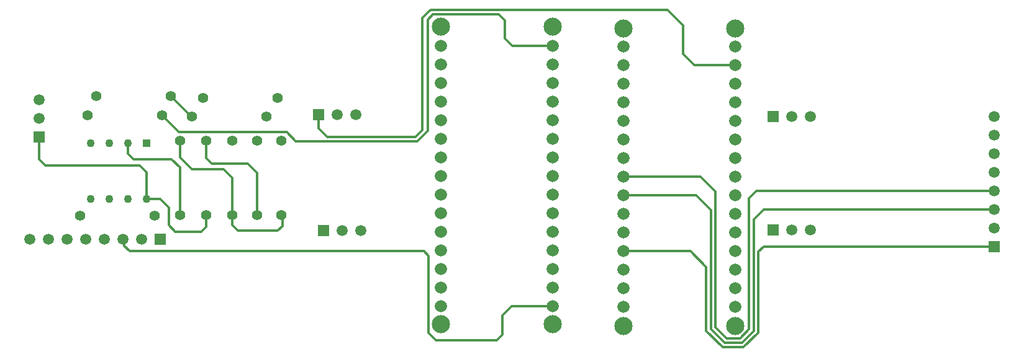
<source format=gtl>
G04*
G04 #@! TF.GenerationSoftware,Altium Limited,Altium Designer,23.0.1 (38)*
G04*
G04 Layer_Physical_Order=1*
G04 Layer_Color=255*
%FSLAX44Y44*%
%MOMM*%
G71*
G04*
G04 #@! TF.SameCoordinates,617F8338-E601-4E4F-91A7-566DE5F96DF1*
G04*
G04*
G04 #@! TF.FilePolarity,Positive*
G04*
G01*
G75*
%ADD21C,0.3048*%
%ADD22C,1.5000*%
%ADD23R,1.5000X1.5000*%
%ADD24C,1.6650*%
%ADD25C,2.4750*%
%ADD26C,1.4000*%
%ADD27R,1.5000X1.5000*%
%ADD28R,1.1000X1.1000*%
%ADD29C,1.1000*%
D21*
X1023620Y34491D02*
Y145034D01*
X1003607Y14478D02*
X1023620Y34491D01*
Y145034D02*
X1030986Y152400D01*
X839470Y146050D02*
X931083D01*
X952673Y124460D01*
Y36926D02*
Y124460D01*
Y36926D02*
X975121Y14478D01*
X1003607D01*
X958769Y39451D02*
Y202011D01*
X964865Y42245D02*
Y227665D01*
X958769Y39451D02*
X977646Y20574D01*
X964865Y42245D02*
X980440Y26670D01*
X938530Y222250D02*
X958769Y202011D01*
X944880Y247650D02*
X964865Y227665D01*
X980440Y26670D02*
X998557D01*
X977646Y20574D02*
X1001082D01*
X1017270Y36762D01*
Y189230D01*
X998557Y26670D02*
X1010920Y39033D01*
Y218440D01*
X1017270Y189230D02*
X1031240Y203200D01*
X1010920Y218440D02*
X1021080Y228600D01*
X1030986Y152400D02*
X1344930D01*
X1031240Y203200D02*
X1344930D01*
X839470Y222250D02*
X938530D01*
X1021080Y228600D02*
X1344930D01*
X839470Y247650D02*
X944880D01*
X574040Y78239D02*
Y139700D01*
X567690Y146050D02*
X574040Y139700D01*
X558785Y296164D02*
X572770Y310149D01*
Y462280D01*
X565150Y311150D02*
Y464820D01*
X556260Y302260D02*
X565150Y311150D01*
X166370Y146050D02*
X567690D01*
X159158Y153262D02*
X166370Y146050D01*
X159158Y153262D02*
Y160882D01*
X313690Y173990D02*
X368300D01*
X264160Y172720D02*
X270510Y179070D01*
X368300Y173990D02*
X374650Y180340D01*
X228600Y172720D02*
X264160D01*
X374650Y180340D02*
Y194310D01*
X306070Y181610D02*
Y195580D01*
X208180Y217270D02*
X219710Y205740D01*
Y181610D02*
Y205740D01*
X373380Y195580D02*
X374650Y194310D01*
X234950Y195580D02*
Y260350D01*
X189230Y217270D02*
X208180D01*
X189230D02*
Y254000D01*
X180340Y262890D02*
X189230Y254000D01*
X223520Y271780D02*
X234950Y260350D01*
Y274320D02*
X251460Y257810D01*
X171450Y271780D02*
X223520D01*
X219710Y181610D02*
X228600Y172720D01*
X234950Y274320D02*
Y297180D01*
X210820Y331470D02*
X233538Y308752D01*
X222250Y358140D02*
X222885D01*
X270510Y179070D02*
Y195580D01*
X306070D02*
Y246380D01*
X340360Y194310D02*
Y252730D01*
X294640Y257810D02*
X306070Y246380D01*
X251460Y257810D02*
X294640D01*
X327660Y265430D02*
X340360Y252730D01*
X278130Y265430D02*
X327660D01*
X270510Y273050D02*
X278130Y265430D01*
X270510Y273050D02*
Y297180D01*
X306070Y181610D02*
X313690Y173990D01*
X393065Y296164D02*
X558785D01*
X380477Y308752D02*
X393065Y296164D01*
X424180Y313690D02*
X435610Y302260D01*
X556260D01*
X163830Y279400D02*
Y293270D01*
X51315Y262890D02*
X180340D01*
X43180Y271026D02*
X51315Y262890D01*
X43180Y271026D02*
Y302260D01*
X424180Y313690D02*
Y332740D01*
X222885Y358140D02*
X250825Y330200D01*
X233538Y308752D02*
X380477D01*
X250825Y330200D02*
X251460D01*
X157480Y162560D02*
X159158Y160882D01*
X163830Y279400D02*
X171450Y271780D01*
X572770Y462280D02*
X580057Y469567D01*
X669623D01*
X935990Y400050D02*
X991870D01*
X920750Y415290D02*
X935990Y400050D01*
X920750Y415290D02*
Y454660D01*
X899747Y475663D02*
X920750Y454660D01*
X576849Y474980D02*
X577532Y475663D01*
X575310Y474980D02*
X576849D01*
X577532Y475663D02*
X899747D01*
X669623Y469567D02*
X678180Y461010D01*
X565150Y464820D02*
X575310Y474980D01*
X674370Y31750D02*
Y58420D01*
X584200Y24130D02*
X666750D01*
X674370Y31750D01*
X687070Y71120D02*
X742950D01*
X674370Y58420D02*
X687070Y71120D01*
X573603Y34727D02*
X584200Y24130D01*
X573603Y34727D02*
Y77802D01*
X574040Y78239D01*
X678180Y436880D02*
X688340Y426720D01*
X742950D01*
X678180Y436880D02*
Y461010D01*
D22*
X1344930Y330200D02*
D03*
Y304800D02*
D03*
Y279400D02*
D03*
Y254000D02*
D03*
Y228600D02*
D03*
Y203200D02*
D03*
Y177800D02*
D03*
X481330Y173990D02*
D03*
X455930D02*
D03*
X474980Y332740D02*
D03*
X449580D02*
D03*
X30480Y162560D02*
D03*
X55880D02*
D03*
X81280D02*
D03*
X106680D02*
D03*
X132080D02*
D03*
X157480D02*
D03*
X182880D02*
D03*
X43180Y353060D02*
D03*
Y327660D02*
D03*
X1069340Y175260D02*
D03*
X1094740D02*
D03*
X1069340Y330200D02*
D03*
X1094740D02*
D03*
D23*
X1344930Y152400D02*
D03*
X43180Y302260D02*
D03*
D24*
X991870Y69850D02*
D03*
Y95250D02*
D03*
Y120650D02*
D03*
Y146050D02*
D03*
Y171450D02*
D03*
Y196850D02*
D03*
Y222250D02*
D03*
Y247650D02*
D03*
Y273050D02*
D03*
Y298450D02*
D03*
Y323850D02*
D03*
Y349250D02*
D03*
Y374650D02*
D03*
Y400050D02*
D03*
Y425450D02*
D03*
X839470D02*
D03*
Y400050D02*
D03*
Y374650D02*
D03*
Y349250D02*
D03*
Y323850D02*
D03*
Y298450D02*
D03*
Y273050D02*
D03*
Y247650D02*
D03*
Y222250D02*
D03*
Y196850D02*
D03*
Y171450D02*
D03*
Y146050D02*
D03*
Y120650D02*
D03*
Y95250D02*
D03*
Y69850D02*
D03*
X590550Y426720D02*
D03*
Y401320D02*
D03*
Y375920D02*
D03*
Y350520D02*
D03*
Y325120D02*
D03*
Y299720D02*
D03*
Y274320D02*
D03*
Y248920D02*
D03*
Y223520D02*
D03*
Y198120D02*
D03*
Y172720D02*
D03*
Y147320D02*
D03*
Y121920D02*
D03*
Y96520D02*
D03*
Y71120D02*
D03*
X742950D02*
D03*
Y96520D02*
D03*
Y121920D02*
D03*
Y147320D02*
D03*
Y172720D02*
D03*
Y198120D02*
D03*
Y223520D02*
D03*
Y248920D02*
D03*
Y274320D02*
D03*
Y299720D02*
D03*
Y325120D02*
D03*
Y350520D02*
D03*
Y375920D02*
D03*
Y401320D02*
D03*
Y426720D02*
D03*
D25*
X991870Y43950D02*
D03*
X839470D02*
D03*
X991870Y450350D02*
D03*
X839470D02*
D03*
X590550Y452620D02*
D03*
X742950D02*
D03*
X590550Y46220D02*
D03*
X742950D02*
D03*
D26*
X266700Y355600D02*
D03*
X368300D02*
D03*
X251460Y330200D02*
D03*
X353060D02*
D03*
X200660Y194310D02*
D03*
X99060D02*
D03*
X234950Y195580D02*
D03*
Y297180D02*
D03*
X109220Y331470D02*
D03*
X210820D02*
D03*
X270510Y297180D02*
D03*
Y195580D02*
D03*
X120650Y358140D02*
D03*
X222250D02*
D03*
X306070Y297180D02*
D03*
Y195580D02*
D03*
X340360Y297180D02*
D03*
Y195580D02*
D03*
X373380Y297180D02*
D03*
Y195580D02*
D03*
D27*
X430530Y173990D02*
D03*
X424180Y332740D02*
D03*
X208280Y162560D02*
D03*
X1043940Y175260D02*
D03*
Y330200D02*
D03*
D28*
X189230Y293270D02*
D03*
D29*
X163830D02*
D03*
X138430D02*
D03*
X113030D02*
D03*
Y217270D02*
D03*
X138430D02*
D03*
X163830D02*
D03*
X189230D02*
D03*
M02*

</source>
